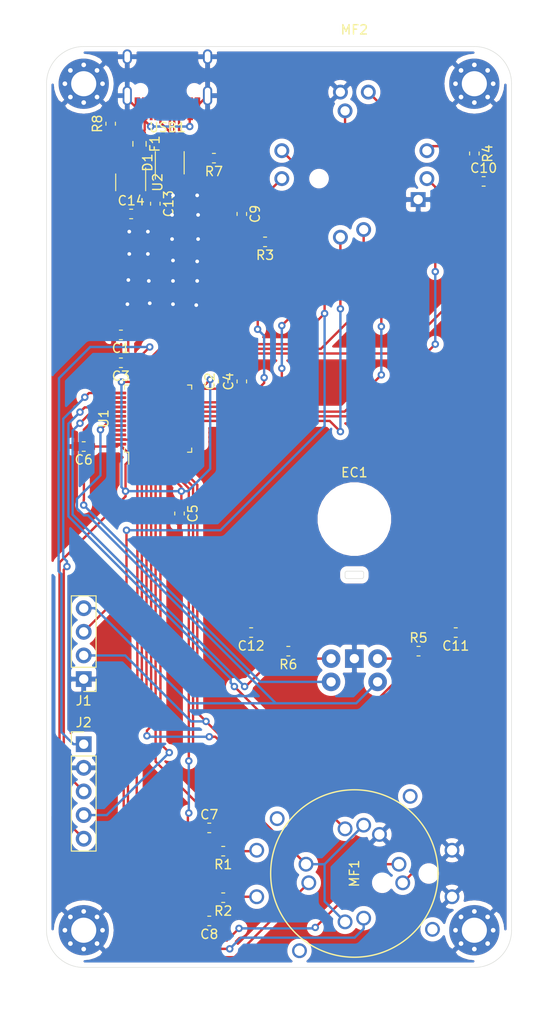
<source format=kicad_pcb>
(kicad_pcb (version 20171130) (host pcbnew "(5.1.2)-1")
  (layers (0 F.Cu signal) (31 B.Cu signal) (34 B.Paste user) (35 F.Paste user) (36 B.SilkS user) (37 F.SilkS user) (38 B.Mask user) (39 F.Mask user) (44 Edge.Cuts user))
  (net 0 "")
  (net 1 +3V3)
  (net 2 GND)
  (net 3 MF1EA)
  (net 4 MF1EB)
  (net 5 MF2EA)
  (net 6 MF2EB)
  (net 7 "Net-(EC1-PadB)")
  (net 8 "Net-(EC1-PadA)")
  (net 9 EC1S2)
  (net 10 EC1S1)
  (net 11 "Net-(MF1-Pad5)")
  (net 12 "Net-(MF1-Pad6)")
  (net 13 MF1PUSH)
  (net 14 MF1D)
  (net 15 MF1B)
  (net 16 MF1C)
  (net 17 MF1COM)
  (net 18 MF1A)
  (net 19 MF2COM)
  (net 20 MF2PUSH)
  (net 21 MF2A)
  (net 22 MF2C)
  (net 23 MF2B)
  (net 24 "Net-(MF2-Pad6)")
  (net 25 "Net-(MF2-Pad5)")
  (net 26 MF2D)
  (net 27 NRST)
  (net 28 D_N)
  (net 29 D_P)
  (net 30 EC1EA)
  (net 31 EC1EB)
  (net 32 +5V)
  (net 33 "Net-(F1-Pad1)")
  (net 34 "Net-(R7-Pad2)")
  (net 35 "Net-(R8-Pad2)")
  (net 36 SWDIO)
  (net 37 SWCLK)
  (module Capacitor_SMD:C_0603_1608Metric (layer F.Cu) (at 11.7 16.9 270)
    (fp_text reference C13 (at 0 -1.43 90) (layer F.SilkS))
    (fp_text value 1u)
    (pad 1 smd roundrect (at -0.7875 0 270) (size 0.875 0.95) (layers F.Cu F.Paste F.Mask) (net 32 +5V))
    (pad 2 smd roundrect (at 0.7875 0 270) (size 0.875 0.95) (layers F.Cu F.Paste F.Mask) (net 2 GND))
  )
  (module Capacitor_SMD:C_0603_1608Metric (layer F.Cu) (at 8 31 180)
    (fp_text reference C1 (at 0 -1.43) (layer F.SilkS))
    (fp_text value 4.7u)
    (pad 1 smd roundrect (at -0.7875 0 180) (size 0.875 0.95) (layers F.Cu F.Paste F.Mask) (net 1 +3V3))
    (pad 2 smd roundrect (at 0.7875 0 180) (size 0.875 0.95) (layers F.Cu F.Paste F.Mask) (net 2 GND))
  )
  (module Capacitor_SMD:C_0603_1608Metric (layer F.Cu) (at 19 36 90)
    (fp_text reference C2 (at 0 -1.43 90) (layer F.SilkS))
    (fp_text value 4.7u)
    (pad 1 smd roundrect (at -0.7875 0 90) (size 0.875 0.95) (layers F.Cu F.Paste F.Mask) (net 1 +3V3))
    (pad 2 smd roundrect (at 0.7875 0 90) (size 0.875 0.95) (layers F.Cu F.Paste F.Mask) (net 2 GND))
  )
  (module Capacitor_SMD:C_0603_1608Metric (layer F.Cu) (at 8 34 180)
    (fp_text reference C3 (at 0 -1.43) (layer F.SilkS))
    (fp_text value 0.1u)
    (pad 1 smd roundrect (at -0.7875 0 180) (size 0.875 0.95) (layers F.Cu F.Paste F.Mask) (net 1 +3V3))
    (pad 2 smd roundrect (at 0.7875 0 180) (size 0.875 0.95) (layers F.Cu F.Paste F.Mask) (net 2 GND))
  )
  (module Capacitor_SMD:C_0603_1608Metric (layer F.Cu) (at 21 36 90)
    (fp_text reference C4 (at 0 -1.43 90) (layer F.SilkS))
    (fp_text value 0.1u)
    (pad 1 smd roundrect (at -0.7875 0 90) (size 0.875 0.95) (layers F.Cu F.Paste F.Mask) (net 1 +3V3))
    (pad 2 smd roundrect (at 0.7875 0 90) (size 0.875 0.95) (layers F.Cu F.Paste F.Mask) (net 2 GND))
  )
  (module Capacitor_SMD:C_0603_1608Metric (layer F.Cu) (at 14.3 50.2 270)
    (fp_text reference C5 (at 0 -1.43 90) (layer F.SilkS))
    (fp_text value 0.1u)
    (pad 1 smd roundrect (at -0.7875 0 270) (size 0.875 0.95) (layers F.Cu F.Paste F.Mask) (net 1 +3V3))
    (pad 2 smd roundrect (at 0.7875 0 270) (size 0.875 0.95) (layers F.Cu F.Paste F.Mask) (net 2 GND))
  )
  (module Capacitor_SMD:C_0603_1608Metric (layer F.Cu) (at 4 43 180)
    (fp_text reference C6 (at 0 -1.43) (layer F.SilkS))
    (fp_text value 0.1u)
    (pad 2 smd roundrect (at 0.7875 0 180) (size 0.875 0.95) (layers F.Cu F.Paste F.Mask) (net 2 GND))
    (pad 1 smd roundrect (at -0.7875 0 180) (size 0.875 0.95) (layers F.Cu F.Paste F.Mask) (net 1 +3V3))
  )
  (module Capacitor_SMD:C_0603_1608Metric (layer F.Cu) (at 17.5 84)
    (fp_text reference C7 (at 0 -1.43) (layer F.SilkS))
    (fp_text value 0.1u)
    (pad 1 smd roundrect (at -0.7875 0) (size 0.875 0.95) (layers F.Cu F.Paste F.Mask) (net 2 GND))
    (pad 2 smd roundrect (at 0.7875 0) (size 0.875 0.95) (layers F.Cu F.Paste F.Mask) (net 3 MF1EA))
  )
  (module Capacitor_SMD:C_0603_1608Metric (layer F.Cu) (at 17.5 94 180)
    (fp_text reference C8 (at 0 -1.43) (layer F.SilkS))
    (fp_text value 0.1u)
    (pad 2 smd roundrect (at 0.7875 0 180) (size 0.875 0.95) (layers F.Cu F.Paste F.Mask) (net 2 GND))
    (pad 1 smd roundrect (at -0.7875 0 180) (size 0.875 0.95) (layers F.Cu F.Paste F.Mask) (net 4 MF1EB))
  )
  (module Capacitor_SMD:C_0603_1608Metric (layer F.Cu) (at 21 18 270)
    (fp_text reference C9 (at 0 -1.43 90) (layer F.SilkS))
    (fp_text value 0.1u)
    (pad 1 smd roundrect (at -0.7875 0 270) (size 0.875 0.95) (layers F.Cu F.Paste F.Mask) (net 2 GND))
    (pad 2 smd roundrect (at 0.7875 0 270) (size 0.875 0.95) (layers F.Cu F.Paste F.Mask) (net 5 MF2EA))
  )
  (module Capacitor_SMD:C_0603_1608Metric (layer F.Cu) (at 47 14.5)
    (fp_text reference C10 (at 0 -1.43) (layer F.SilkS))
    (fp_text value 0.1u)
    (pad 2 smd roundrect (at 0.7875 0) (size 0.875 0.95) (layers F.Cu F.Paste F.Mask) (net 2 GND))
    (pad 1 smd roundrect (at -0.7875 0) (size 0.875 0.95) (layers F.Cu F.Paste F.Mask) (net 6 MF2EB))
  )
  (module Capacitor_SMD:C_0603_1608Metric (layer F.Cu) (at 44 63 180)
    (fp_text reference C11 (at 0 -1.43) (layer F.SilkS))
    (fp_text value 0.1u)
    (pad 1 smd roundrect (at -0.7875 0 180) (size 0.875 0.95) (layers F.Cu F.Paste F.Mask) (net 2 GND))
    (pad 2 smd roundrect (at 0.7875 0 180) (size 0.875 0.95) (layers F.Cu F.Paste F.Mask) (net 30 EC1EA))
  )
  (module Capacitor_SMD:C_0603_1608Metric (layer F.Cu) (at 22 63 180)
    (fp_text reference C12 (at 0 -1.43) (layer F.SilkS))
    (fp_text value 0.1u)
    (pad 2 smd roundrect (at 0.7875 0 180) (size 0.875 0.95) (layers F.Cu F.Paste F.Mask) (net 2 GND))
    (pad 1 smd roundrect (at -0.7875 0 180) (size 0.875 0.95) (layers F.Cu F.Paste F.Mask) (net 31 EC1EB))
  )
  (module Capacitor_SMD:C_0603_1608Metric (layer F.Cu) (at 9.1 18)
    (fp_text reference C14 (at 0 -1.43) (layer F.SilkS))
    (fp_text value 1u)
    (pad 2 smd roundrect (at 0.7875 0) (size 0.875 0.95) (layers F.Cu F.Paste F.Mask) (net 1 +3V3))
    (pad 1 smd roundrect (at -0.7875 0) (size 0.875 0.95) (layers F.Cu F.Paste F.Mask) (net 2 GND))
  )
  (module Package_TO_SOT_SMD:SOT-143 (layer F.Cu) (at 13.25 12.5 90)
    (fp_text reference D1 (at 0.02 -2.38 90) (layer F.SilkS))
    (fp_text value PRTR5V0U2X)
    (pad 1 smd rect (at -1.1 -0.77) (size 1.2 1.4) (layers F.Cu F.Paste F.Mask) (net 2 GND))
    (pad 2 smd rect (at -1.1 0.95) (size 1 1.4) (layers F.Cu F.Paste F.Mask) (net 29 D_P))
    (pad 3 smd rect (at 1.1 0.95) (size 1 1.4) (layers F.Cu F.Paste F.Mask) (net 28 D_N))
    (pad 4 smd rect (at 1.1 -0.95) (size 1 1.4) (layers F.Cu F.Paste F.Mask) (net 32 +5V))
  )
  (module crokto:ec11b (layer F.Cu) (at 33.1 50.8)
    (fp_text reference EC1 (at 0 -5) (layer F.SilkS))
    (fp_text value Rotary_Encoder_Switch)
    (pad C thru_hole rect (at 0 15 270) (size 2 2) (drill 1) (layers *.Cu *.Mask) (net 2 GND))
    (pad B thru_hole circle (at -2.5 15 270) (size 2 2) (drill 1) (layers *.Cu *.Mask) (net 7 "Net-(EC1-PadB)"))
    (pad A thru_hole circle (at 2.5 15 270) (size 2 2) (drill 1) (layers *.Cu *.Mask) (net 8 "Net-(EC1-PadA)"))
    (pad S2 thru_hole circle (at 2.5 17.5 270) (size 2 2) (drill 1) (layers *.Cu *.Mask) (net 9 EC1S2))
    (pad S1 thru_hole circle (at -2.5 17.5 270) (size 2 2) (drill 1) (layers *.Cu *.Mask) (net 10 EC1S1))
    (pad "" np_thru_hole circle (at 0 0) (size 6.9 6.9) (drill 6.9) (layers *.Cu *.Mask))
  )
  (module Fuse:Fuse_0805_2012Metric (layer F.Cu) (at 10 10.4625 270)
    (fp_text reference F1 (at 0 -1.65 90) (layer F.SilkS))
    (fp_text value PTC)
    (pad 1 smd roundrect (at -0.9375 0 270) (size 0.975 1.4) (layers F.Cu F.Paste F.Mask) (net 33 "Net-(F1-Pad1)"))
    (pad 2 smd roundrect (at 0.9375 0 270) (size 0.975 1.4) (layers F.Cu F.Paste F.Mask) (net 32 +5V))
  )
  (module Connector_PinHeader_2.54mm:PinHeader_1x04_P2.54mm_Vertical (layer F.Cu) (at 4 68 180)
    (fp_text reference J1 (at 0 -2.33) (layer F.SilkS))
    (fp_text value Conn_01x04)
    (pad 1 thru_hole rect (at 0 0 180) (size 1.7 1.7) (drill 1) (layers *.Cu *.Mask) (net 2 GND))
    (pad 2 thru_hole oval (at 0 2.54 180) (size 1.7 1.7) (drill 1) (layers *.Cu *.Mask) (net 17 MF1COM))
    (pad 3 thru_hole oval (at 0 5.08 180) (size 1.7 1.7) (drill 1) (layers *.Cu *.Mask) (net 19 MF2COM))
    (pad 4 thru_hole oval (at 0 7.62 180) (size 1.7 1.7) (drill 1) (layers *.Cu *.Mask) (net 9 EC1S2))
  )
  (module crokto:RKJXM2E13004 (layer F.Cu) (at 33.1 88.9 270)
    (fp_text reference MF1 (at 0 0 90) (layer F.SilkS))
    (fp_text value Alps_RKJXx)
    (pad 9 thru_hole circle (at -2.5 -10.5 270) (size 1.6 1.6) (drill 1.1) (layers *.Cu *.Mask) (net 2 GND))
    (pad 9 thru_hole circle (at 2.5 -10.5 270) (size 1.6 1.6) (drill 1.1) (layers *.Cu *.Mask) (net 2 GND))
    (pad 5 thru_hole circle (at -2.5 10.5 270) (size 1.6 1.6) (drill 1.1) (layers *.Cu *.Mask) (net 11 "Net-(MF1-Pad5)"))
    (pad 6 thru_hole circle (at 2.5 10.5 270) (size 1.6 1.6) (drill 1.1) (layers *.Cu *.Mask) (net 12 "Net-(MF1-Pad6)"))
    (pad 7 thru_hole circle (at -5.2 -1 270) (size 1.6 1.6) (drill 1.1) (layers *.Cu *.Mask) (net 13 MF1PUSH))
    (pad 4 thru_hole circle (at -4.8 1 270) (size 1.6 1.6) (drill 1.1) (layers *.Cu *.Mask) (net 14 MF1D))
    (pad "" np_thru_hole circle (at 0 -8 270) (size 1.2 1.2) (drill 1.2) (layers *.Cu *.Mask))
    (pad 2 thru_hole circle (at 4.8 -1 270) (size 1.6 1.6) (drill 1.1) (layers *.Cu *.Mask) (net 15 MF1B))
    (pad 3 thru_hole circle (at -1 -4.8 270) (size 1.6 1.6) (drill 1.1) (layers *.Cu *.Mask) (net 16 MF1C))
    (pad 8 thru_hole circle (at 1 -5.2 270) (size 1.6 1.6) (drill 1.1) (layers *.Cu *.Mask) (net 17 MF1COM))
    (pad 1 thru_hole circle (at 1 4.9 270) (size 1.6 1.6) (drill 1.1) (layers *.Cu *.Mask) (net 18 MF1A))
    (pad 7 thru_hole circle (at -1 5.2 270) (size 1.6 1.6) (drill 1.1) (layers *.Cu *.Mask) (net 13 MF1PUSH))
    (pad 7 thru_hole circle (at 5.2 1 270) (size 1.6 1.6) (drill 1.1) (layers *.Cu *.Mask) (net 13 MF1PUSH))
    (pad "" np_thru_hole circle (at 1 -3 270) (size 1.2 1.2) (drill 1.2) (layers *.Cu *.Mask))
    (pad 10 thru_hole circle (at -4.2 -2.7 270) (size 1.6 1.6) (drill 1.1) (layers *.Cu *.Mask) (net 2 GND))
    (pad MP thru_hole circle (at 6 -8.4 270) (size 1.6 1.6) (drill 1.1) (layers *.Cu *.Mask))
    (pad MP thru_hole circle (at -5.9 8.3 270) (size 1.6 1.6) (drill 1.1) (layers *.Cu *.Mask))
    (pad MP thru_hole circle (at 8.3 5.9 270) (size 1.6 1.6) (drill 1.1) (layers *.Cu *.Mask))
    (pad MP thru_hole circle (at -8.3 -6 270) (size 1.6 1.6) (drill 1.1) (layers *.Cu *.Mask))
  )
  (module crokto:RKJXT1F42001 (layer F.Cu) (at 33.1 12.7)
    (fp_text reference MF2 (at 0 -14.5) (layer F.SilkS))
    (fp_text value Alps_RKJXx)
    (pad 4 thru_hole circle (at -7.8 -1.5) (size 1.6 1.6) (drill 1) (layers *.Cu *.Mask) (net 26 MF2D))
    (pad 5 thru_hole circle (at -7.8 1.5) (size 1.6 1.6) (drill 1) (layers *.Cu *.Mask) (net 25 "Net-(MF2-Pad5)"))
    (pad 6 thru_hole circle (at 7.8 -1.5) (size 1.6 1.6) (drill 1) (layers *.Cu *.Mask) (net 24 "Net-(MF2-Pad6)"))
    (pad 2 thru_hole circle (at 7.8 1.5) (size 1.6 1.6) (drill 1) (layers *.Cu *.Mask) (net 23 MF2B))
    (pad 10 thru_hole rect (at 6.86 3.75) (size 1.6 1.6) (drill 1) (layers *.Cu *.Mask) (net 2 GND))
    (pad 9 thru_hole circle (at -1.5 -7.8) (size 1.6 1.6) (drill 1) (layers *.Cu *.Mask) (net 2 GND))
    (pad 3 thru_hole circle (at 1.5 -7.8) (size 1.6 1.6) (drill 1) (layers *.Cu *.Mask) (net 22 MF2C))
    (pad "" np_thru_hole circle (at -3.8 1.5) (size 1.1 1.1) (drill 1.1) (layers *.Cu *.Mask))
    (pad 1 thru_hole circle (at -1.5 7.8) (size 1.6 1.6) (drill 1) (layers *.Cu *.Mask) (net 21 MF2A))
    (pad 7 thru_hole circle (at 1 6.98) (size 1.6 1.6) (drill 1) (layers *.Cu *.Mask) (net 20 MF2PUSH))
    (pad 8 thru_hole circle (at -1 -5.78) (size 1.6 1.6) (drill 1) (layers *.Cu *.Mask) (net 19 MF2COM))
  )
  (module Resistor_SMD:R_0603_1608Metric (layer F.Cu) (at 19 86.5 180)
    (fp_text reference R1 (at 0 -1.43) (layer F.SilkS))
    (fp_text value 10k)
    (pad 1 smd roundrect (at -0.7875 0 180) (size 0.875 0.95) (layers F.Cu F.Paste F.Mask) (net 11 "Net-(MF1-Pad5)"))
    (pad 2 smd roundrect (at 0.7875 0 180) (size 0.875 0.95) (layers F.Cu F.Paste F.Mask) (net 3 MF1EA))
  )
  (module Resistor_SMD:R_0603_1608Metric (layer F.Cu) (at 19 91.5 180)
    (fp_text reference R2 (at 0 -1.43) (layer F.SilkS))
    (fp_text value 10k)
    (pad 2 smd roundrect (at 0.7875 0 180) (size 0.875 0.95) (layers F.Cu F.Paste F.Mask) (net 4 MF1EB))
    (pad 1 smd roundrect (at -0.7875 0 180) (size 0.875 0.95) (layers F.Cu F.Paste F.Mask) (net 12 "Net-(MF1-Pad6)"))
  )
  (module Resistor_SMD:R_0603_1608Metric (layer F.Cu) (at 23.5 21 180)
    (fp_text reference R3 (at 0 -1.43) (layer F.SilkS))
    (fp_text value 10k)
    (pad 1 smd roundrect (at -0.7875 0 180) (size 0.875 0.95) (layers F.Cu F.Paste F.Mask) (net 25 "Net-(MF2-Pad5)"))
    (pad 2 smd roundrect (at 0.7875 0 180) (size 0.875 0.95) (layers F.Cu F.Paste F.Mask) (net 5 MF2EA))
  )
  (module Resistor_SMD:R_0603_1608Metric (layer F.Cu) (at 46 11.5 270)
    (fp_text reference R4 (at 0 -1.43 90) (layer F.SilkS))
    (fp_text value 10k)
    (pad 2 smd roundrect (at 0.7875 0 270) (size 0.875 0.95) (layers F.Cu F.Paste F.Mask) (net 6 MF2EB))
    (pad 1 smd roundrect (at -0.7875 0 270) (size 0.875 0.95) (layers F.Cu F.Paste F.Mask) (net 24 "Net-(MF2-Pad6)"))
  )
  (module Resistor_SMD:R_0603_1608Metric (layer F.Cu) (at 40 65)
    (fp_text reference R5 (at 0 -1.43) (layer F.SilkS))
    (fp_text value 10k)
    (pad 1 smd roundrect (at -0.7875 0) (size 0.875 0.95) (layers F.Cu F.Paste F.Mask) (net 8 "Net-(EC1-PadA)"))
    (pad 2 smd roundrect (at 0.7875 0) (size 0.875 0.95) (layers F.Cu F.Paste F.Mask) (net 30 EC1EA))
  )
  (module Resistor_SMD:R_0603_1608Metric (layer F.Cu) (at 26 65 180)
    (fp_text reference R6 (at 0 -1.43) (layer F.SilkS))
    (fp_text value 10k)
    (pad 2 smd roundrect (at 0.7875 0 180) (size 0.875 0.95) (layers F.Cu F.Paste F.Mask) (net 31 EC1EB))
    (pad 1 smd roundrect (at -0.7875 0 180) (size 0.875 0.95) (layers F.Cu F.Paste F.Mask) (net 7 "Net-(EC1-PadB)"))
  )
  (module Resistor_SMD:R_0603_1608Metric (layer F.Cu) (at 18 12 180)
    (fp_text reference R7 (at 0 -1.43) (layer F.SilkS))
    (fp_text value 5.1K)
    (pad 2 smd roundrect (at 0.7875 0 180) (size 0.875 0.95) (layers F.Cu F.Paste F.Mask) (net 34 "Net-(R7-Pad2)"))
    (pad 1 smd roundrect (at -0.7875 0 180) (size 0.875 0.95) (layers F.Cu F.Paste F.Mask) (net 2 GND))
  )
  (module Resistor_SMD:R_0603_1608Metric (layer F.Cu) (at 6.9 8.3 90)
    (fp_text reference R8 (at 0 -1.43 90) (layer F.SilkS))
    (fp_text value 5.1K)
    (pad 1 smd roundrect (at -0.7875 0 90) (size 0.875 0.95) (layers F.Cu F.Paste F.Mask) (net 2 GND))
    (pad 2 smd roundrect (at 0.7875 0 90) (size 0.875 0.95) (layers F.Cu F.Paste F.Mask) (net 35 "Net-(R8-Pad2)"))
  )
  (module Package_QFP:LQFP-48_7x7mm_P0.5mm (layer F.Cu) (at 12 40 90)
    (fp_text reference U1 (at 0 -5.85 90) (layer F.SilkS))
    (fp_text value STM32F072CBTx)
    (pad 1 smd roundrect (at -4.1625 -2.75 90) (size 1.475 0.3) (layers F.Cu F.Paste F.Mask) (net 1 +3V3))
    (pad 2 smd roundrect (at -4.1625 -2.25 90) (size 1.475 0.3) (layers F.Cu F.Paste F.Mask) (net 18 MF1A))
    (pad 3 smd roundrect (at -4.1625 -1.75 90) (size 1.475 0.3) (layers F.Cu F.Paste F.Mask) (net 15 MF1B))
    (pad 4 smd roundrect (at -4.1625 -1.25 90) (size 1.475 0.3) (layers F.Cu F.Paste F.Mask) (net 16 MF1C))
    (pad 5 smd roundrect (at -4.1625 -0.75 90) (size 1.475 0.3) (layers F.Cu F.Paste F.Mask) (net 14 MF1D))
    (pad 6 smd roundrect (at -4.1625 -0.25 90) (size 1.475 0.3) (layers F.Cu F.Paste F.Mask) (net 3 MF1EA))
    (pad 7 smd roundrect (at -4.1625 0.25 90) (size 1.475 0.3) (layers F.Cu F.Paste F.Mask) (net 27 NRST))
    (pad 8 smd roundrect (at -4.1625 0.75 90) (size 1.475 0.3) (layers F.Cu F.Paste F.Mask) (net 2 GND))
    (pad 9 smd roundrect (at -4.1625 1.25 90) (size 1.475 0.3) (layers F.Cu F.Paste F.Mask) (net 1 +3V3))
    (pad 10 smd roundrect (at -4.1625 1.75 90) (size 1.475 0.3) (layers F.Cu F.Paste F.Mask) (net 4 MF1EB))
    (pad 11 smd roundrect (at -4.1625 2.25 90) (size 1.475 0.3) (layers F.Cu F.Paste F.Mask) (net 13 MF1PUSH))
    (pad 12 smd roundrect (at -4.1625 2.75 90) (size 1.475 0.3) (layers F.Cu F.Paste F.Mask) (net 17 MF1COM))
    (pad 13 smd roundrect (at -2.75 4.1625 90) (size 0.3 1.475) (layers F.Cu F.Paste F.Mask))
    (pad 14 smd roundrect (at -2.25 4.1625 90) (size 0.3 1.475) (layers F.Cu F.Paste F.Mask))
    (pad 15 smd roundrect (at -1.75 4.1625 90) (size 0.3 1.475) (layers F.Cu F.Paste F.Mask))
    (pad 16 smd roundrect (at -1.25 4.1625 90) (size 0.3 1.475) (layers F.Cu F.Paste F.Mask))
    (pad 17 smd roundrect (at -0.75 4.1625 90) (size 0.3 1.475) (layers F.Cu F.Paste F.Mask))
    (pad 18 smd roundrect (at -0.25 4.1625 90) (size 0.3 1.475) (layers F.Cu F.Paste F.Mask) (net 21 MF2A))
    (pad 19 smd roundrect (at 0.25 4.1625 90) (size 0.3 1.475) (layers F.Cu F.Paste F.Mask) (net 23 MF2B))
    (pad 20 smd roundrect (at 0.75 4.1625 90) (size 0.3 1.475) (layers F.Cu F.Paste F.Mask) (net 22 MF2C))
    (pad 21 smd roundrect (at 1.25 4.1625 90) (size 0.3 1.475) (layers F.Cu F.Paste F.Mask) (net 26 MF2D))
    (pad 22 smd roundrect (at 1.75 4.1625 90) (size 0.3 1.475) (layers F.Cu F.Paste F.Mask) (net 5 MF2EA))
    (pad 23 smd roundrect (at 2.25 4.1625 90) (size 0.3 1.475) (layers F.Cu F.Paste F.Mask) (net 2 GND))
    (pad 24 smd roundrect (at 2.75 4.1625 90) (size 0.3 1.475) (layers F.Cu F.Paste F.Mask) (net 1 +3V3))
    (pad 25 smd roundrect (at 4.1625 2.75 90) (size 1.475 0.3) (layers F.Cu F.Paste F.Mask) (net 6 MF2EB))
    (pad 26 smd roundrect (at 4.1625 2.25 90) (size 1.475 0.3) (layers F.Cu F.Paste F.Mask) (net 20 MF2PUSH))
    (pad 27 smd roundrect (at 4.1625 1.75 90) (size 1.475 0.3) (layers F.Cu F.Paste F.Mask) (net 19 MF2COM))
    (pad 28 smd roundrect (at 4.1625 1.25 90) (size 1.475 0.3) (layers F.Cu F.Paste F.Mask))
    (pad 29 smd roundrect (at 4.1625 0.75 90) (size 1.475 0.3) (layers F.Cu F.Paste F.Mask))
    (pad 30 smd roundrect (at 4.1625 0.25 90) (size 1.475 0.3) (layers F.Cu F.Paste F.Mask))
    (pad 31 smd roundrect (at 4.1625 -0.25 90) (size 1.475 0.3) (layers F.Cu F.Paste F.Mask))
    (pad 32 smd roundrect (at 4.1625 -0.75 90) (size 1.475 0.3) (layers F.Cu F.Paste F.Mask) (net 28 D_N))
    (pad 33 smd roundrect (at 4.1625 -1.25 90) (size 1.475 0.3) (layers F.Cu F.Paste F.Mask) (net 29 D_P))
    (pad 34 smd roundrect (at 4.1625 -1.75 90) (size 1.475 0.3) (layers F.Cu F.Paste F.Mask) (net 36 SWDIO))
    (pad 35 smd roundrect (at 4.1625 -2.25 90) (size 1.475 0.3) (layers F.Cu F.Paste F.Mask) (net 2 GND))
    (pad 36 smd roundrect (at 4.1625 -2.75 90) (size 1.475 0.3) (layers F.Cu F.Paste F.Mask) (net 1 +3V3))
    (pad 37 smd roundrect (at 2.75 -4.1625 90) (size 0.3 1.475) (layers F.Cu F.Paste F.Mask) (net 37 SWCLK))
    (pad 38 smd roundrect (at 2.25 -4.1625 90) (size 0.3 1.475) (layers F.Cu F.Paste F.Mask))
    (pad 39 smd roundrect (at 1.75 -4.1625 90) (size 0.3 1.475) (layers F.Cu F.Paste F.Mask))
    (pad 40 smd roundrect (at 1.25 -4.1625 90) (size 0.3 1.475) (layers F.Cu F.Paste F.Mask) (net 30 EC1EA))
    (pad 41 smd roundrect (at 0.75 -4.1625 90) (size 0.3 1.475) (layers F.Cu F.Paste F.Mask) (net 31 EC1EB))
    (pad 42 smd roundrect (at 0.25 -4.1625 90) (size 0.3 1.475) (layers F.Cu F.Paste F.Mask) (net 10 EC1S1))
    (pad 43 smd roundrect (at -0.25 -4.1625 90) (size 0.3 1.475) (layers F.Cu F.Paste F.Mask) (net 9 EC1S2))
    (pad 44 smd roundrect (at -0.75 -4.1625 90) (size 0.3 1.475) (layers F.Cu F.Paste F.Mask))
    (pad 45 smd roundrect (at -1.25 -4.1625 90) (size 0.3 1.475) (layers F.Cu F.Paste F.Mask))
    (pad 46 smd roundrect (at -1.75 -4.1625 90) (size 0.3 1.475) (layers F.Cu F.Paste F.Mask))
    (pad 47 smd roundrect (at -2.25 -4.1625 90) (size 0.3 1.475) (layers F.Cu F.Paste F.Mask) (net 2 GND))
    (pad 48 smd roundrect (at -2.75 -4.1625 90) (size 0.3 1.475) (layers F.Cu F.Paste F.Mask) (net 1 +3V3))
  )
  (module Package_TO_SOT_SMD:SOT-23-5 (layer F.Cu) (at 9.05 14.6 270)
    (fp_text reference U2 (at 0 -2.9 90) (layer F.SilkS))
    (fp_text value TLV75533PDBV)
    (pad 1 smd rect (at -1.1 -0.95 270) (size 1.06 0.65) (layers F.Cu F.Paste F.Mask) (net 32 +5V))
    (pad 2 smd rect (at -1.1 0 270) (size 1.06 0.65) (layers F.Cu F.Paste F.Mask) (net 2 GND))
    (pad 3 smd rect (at -1.1 0.95 270) (size 1.06 0.65) (layers F.Cu F.Paste F.Mask) (net 32 +5V))
    (pad 4 smd rect (at 1.1 0.95 270) (size 1.06 0.65) (layers F.Cu F.Paste F.Mask))
    (pad 5 smd rect (at 1.1 -0.95 270) (size 1.06 0.65) (layers F.Cu F.Paste F.Mask) (net 1 +3V3))
  )
  (module Type-C:HRO-TYPE-C-31-M-12-HandSoldering (layer F.Cu) (at 13 -1.5 180)
    (fp_text reference USB1 (at 0 -10.2) (layer F.SilkS))
    (fp_text value HRO-TYPE-C-31-M-12)
    (pad 13 thru_hole oval (at 4.32 -2.6 180) (size 1 1.6) (drill oval 0.6 1.2) (layers *.Cu B.Mask) (net 2 GND))
    (pad 13 thru_hole oval (at -4.32 -2.6 180) (size 1 1.6) (drill oval 0.6 1.2) (layers *.Cu B.Mask) (net 2 GND))
    (pad 13 thru_hole oval (at 4.32 -6.78 180) (size 1 2.1) (drill oval 0.6 1.7) (layers *.Cu B.Mask) (net 2 GND))
    (pad 13 thru_hole oval (at -4.32 -6.78 180) (size 1 2.1) (drill oval 0.6 1.7) (layers *.Cu B.Mask) (net 2 GND))
    (pad "" np_thru_hole circle (at -2.89 -6.25 180) (size 0.65 0.65) (drill 0.65) (layers *.Cu *.Mask))
    (pad "" np_thru_hole circle (at 2.89 -6.25 180) (size 0.65 0.65) (drill 0.65) (layers *.Cu *.Mask))
    (pad 6 smd rect (at -0.25 -8.195 180) (size 0.3 2.45) (layers F.Cu F.Paste F.Mask) (net 29 D_P))
    (pad 7 smd rect (at 0.25 -8.195 180) (size 0.3 2.45) (layers F.Cu F.Paste F.Mask) (net 28 D_N))
    (pad 8 smd rect (at 0.75 -8.195 180) (size 0.3 2.45) (layers F.Cu F.Paste F.Mask) (net 29 D_P))
    (pad 5 smd rect (at -0.75 -8.195 180) (size 0.3 2.45) (layers F.Cu F.Paste F.Mask) (net 28 D_N))
    (pad 9 smd rect (at 1.25 -8.195 180) (size 0.3 2.45) (layers F.Cu F.Paste F.Mask))
    (pad 4 smd rect (at -1.25 -8.195 180) (size 0.3 2.45) (layers F.Cu F.Paste F.Mask) (net 34 "Net-(R7-Pad2)"))
    (pad 10 smd rect (at 1.75 -8.195 180) (size 0.3 2.45) (layers F.Cu F.Paste F.Mask) (net 35 "Net-(R8-Pad2)"))
    (pad 3 smd rect (at -1.75 -8.195 180) (size 0.3 2.45) (layers F.Cu F.Paste F.Mask))
    (pad 2 smd rect (at -2.45 -8.195 180) (size 0.6 2.45) (layers F.Cu F.Paste F.Mask) (net 33 "Net-(F1-Pad1)"))
    (pad 11 smd rect (at 2.45 -8.195 180) (size 0.6 2.45) (layers F.Cu F.Paste F.Mask) (net 33 "Net-(F1-Pad1)"))
    (pad 1 smd rect (at -3.225 -8.195 180) (size 0.6 2.45) (layers F.Cu F.Paste F.Mask) (net 2 GND))
    (pad 12 smd rect (at 3.225 -8.195 180) (size 0.6 2.45) (layers F.Cu F.Paste F.Mask) (net 2 GND))
  )
  (module crokto:m2.5_pad_via (layer F.Cu) (at 4 4)
    (fp_text reference H1 hide)
    (fp_text value M2.5)
    (pad 1 thru_hole circle (at 1.431891 -1.431891) (size 0.8 0.8) (drill 0.5) (layers *.Cu *.Mask) (net 2 GND))
    (pad 1 thru_hole circle (at 0 -2.025) (size 0.8 0.8) (drill 0.5) (layers *.Cu *.Mask) (net 2 GND))
    (pad 1 thru_hole circle (at -1.431891 -1.431891) (size 0.8 0.8) (drill 0.5) (layers *.Cu *.Mask) (net 2 GND))
    (pad 1 thru_hole circle (at -2.025 0) (size 0.8 0.8) (drill 0.5) (layers *.Cu *.Mask) (net 2 GND))
    (pad 1 thru_hole circle (at -1.431891 1.431891) (size 0.8 0.8) (drill 0.5) (layers *.Cu *.Mask) (net 2 GND))
    (pad 1 thru_hole circle (at 0 2.025) (size 0.8 0.8) (drill 0.5) (layers *.Cu *.Mask) (net 2 GND))
    (pad 1 thru_hole circle (at 1.431891 1.431891) (size 0.8 0.8) (drill 0.5) (layers *.Cu *.Mask) (net 2 GND))
    (pad 1 thru_hole circle (at 2.025 0) (size 0.8 0.8) (drill 0.5) (layers *.Cu *.Mask) (net 2 GND))
    (pad 1 thru_hole circle (at 0 0) (size 5.4 5.4) (drill 2.7) (layers *.Cu *.Mask) (net 2 GND))
  )
  (module crokto:m2.5_pad_via (layer F.Cu) (at 46 4)
    (fp_text reference H2 hide)
    (fp_text value M2.5)
    (pad 1 thru_hole circle (at 0 0) (size 5.4 5.4) (drill 2.7) (layers *.Cu *.Mask) (net 2 GND))
    (pad 1 thru_hole circle (at 2.025 0) (size 0.8 0.8) (drill 0.5) (layers *.Cu *.Mask) (net 2 GND))
    (pad 1 thru_hole circle (at 1.431891 1.431891) (size 0.8 0.8) (drill 0.5) (layers *.Cu *.Mask) (net 2 GND))
    (pad 1 thru_hole circle (at 0 2.025) (size 0.8 0.8) (drill 0.5) (layers *.Cu *.Mask) (net 2 GND))
    (pad 1 thru_hole circle (at -1.431891 1.431891) (size 0.8 0.8) (drill 0.5) (layers *.Cu *.Mask) (net 2 GND))
    (pad 1 thru_hole circle (at -2.025 0) (size 0.8 0.8) (drill 0.5) (layers *.Cu *.Mask) (net 2 GND))
    (pad 1 thru_hole circle (at -1.431891 -1.431891) (size 0.8 0.8) (drill 0.5) (layers *.Cu *.Mask) (net 2 GND))
    (pad 1 thru_hole circle (at 0 -2.025) (size 0.8 0.8) (drill 0.5) (layers *.Cu *.Mask) (net 2 GND))
    (pad 1 thru_hole circle (at 1.431891 -1.431891) (size 0.8 0.8) (drill 0.5) (layers *.Cu *.Mask) (net 2 GND))
  )
  (module crokto:m2.5_pad_via (layer F.Cu) (at 4 95)
    (fp_text reference H3 hide)
    (fp_text value M2.5)
    (pad 1 thru_hole circle (at 1.431891 -1.431891) (size 0.8 0.8) (drill 0.5) (layers *.Cu *.Mask) (net 2 GND))
    (pad 1 thru_hole circle (at 0 -2.025) (size 0.8 0.8) (drill 0.5) (layers *.Cu *.Mask) (net 2 GND))
    (pad 1 thru_hole circle (at -1.431891 -1.431891) (size 0.8 0.8) (drill 0.5) (layers *.Cu *.Mask) (net 2 GND))
    (pad 1 thru_hole circle (at -2.025 0) (size 0.8 0.8) (drill 0.5) (layers *.Cu *.Mask) (net 2 GND))
    (pad 1 thru_hole circle (at -1.431891 1.431891) (size 0.8 0.8) (drill 0.5) (layers *.Cu *.Mask) (net 2 GND))
    (pad 1 thru_hole circle (at 0 2.025) (size 0.8 0.8) (drill 0.5) (layers *.Cu *.Mask) (net 2 GND))
    (pad 1 thru_hole circle (at 1.431891 1.431891) (size 0.8 0.8) (drill 0.5) (layers *.Cu *.Mask) (net 2 GND))
    (pad 1 thru_hole circle (at 2.025 0) (size 0.8 0.8) (drill 0.5) (layers *.Cu *.Mask) (net 2 GND))
    (pad 1 thru_hole circle (at 0 0) (size 5.4 5.4) (drill 2.7) (layers *.Cu *.Mask) (net 2 GND))
  )
  (module crokto:m2.5_pad_via (layer F.Cu) (at 46 95)
    (fp_text reference H4 hide)
    (fp_text value M2.5)
    (pad 1 thru_hole circle (at 0 0) (size 5.4 5.4) (drill 2.7) (layers *.Cu *.Mask) (net 2 GND))
    (pad 1 thru_hole circle (at 2.025 0) (size 0.8 0.8) (drill 0.5) (layers *.Cu *.Mask) (net 2 GND))
    (pad 1 thru_hole circle (at 1.431891 1.431891) (size 0.8 0.8) (drill 0.5) (layers *.Cu *.Mask) (net 2 GND))
    (pad 1 thru_hole circle (at 0 2.025) (size 0.8 0.8) (drill 0.5) (layers *.Cu *.Mask) (net 2 GND))
    (pad 1 thru_hole circle (at -1.431891 1.431891) (size 0.8 0.8) (drill 0.5) (layers *.Cu *.Mask) (net 2 GND))
    (pad 1 thru_hole circle (at -2.025 0) (size 0.8 0.8) (drill 0.5) (layers *.Cu *.Mask) (net 2 GND))
    (pad 1 thru_hole circle (at -1.431891 -1.431891) (size 0.8 0.8) (drill 0.5) (layers *.Cu *.Mask) (net 2 GND))
    (pad 1 thru_hole circle (at 0 -2.025) (size 0.8 0.8) (drill 0.5) (layers *.Cu *.Mask) (net 2 GND))
    (pad 1 thru_hole circle (at 1.431891 -1.431891) (size 0.8 0.8) (drill 0.5) (layers *.Cu *.Mask) (net 2 GND))
  )
  (module Connector_PinHeader_2.54mm:PinHeader_1x05_P2.54mm_Vertical (layer F.Cu) (at 4 75)
    (fp_text reference J2 (at 0 -2.33) (layer F.SilkS))
    (fp_text value Conn_01x05)
    (pad 1 thru_hole rect (at 0 0) (size 1.7 1.7) (drill 1) (layers *.Cu *.Mask) (net 36 SWDIO))
    (pad 2 thru_hole oval (at 0 2.54) (size 1.7 1.7) (drill 1) (layers *.Cu *.Mask) (net 2 GND))
    (pad 3 thru_hole oval (at 0 5.08) (size 1.7 1.7) (drill 1) (layers *.Cu *.Mask) (net 37 SWCLK))
    (pad 4 thru_hole oval (at 0 7.62) (size 1.7 1.7) (drill 1) (layers *.Cu *.Mask) (net 27 NRST))
    (pad 5 thru_hole oval (at 0 10.16) (size 1.7 1.7) (drill 1) (layers *.Cu *.Mask) (net 1 +3V3))
  )
  (gr_arc (start 33.9 56.6) (end 34.1 56.6) (angle -90) (layer Edge.Cuts) (width 0.05))
  (gr_arc (start 33.9 57) (end 33.9 57.2) (angle -90) (layer Edge.Cuts) (width 0.05))
  (gr_arc (start 32.3 57) (end 32.1 57) (angle -90) (layer Edge.Cuts) (width 0.05))
  (gr_arc (start 32.3 56.6) (end 32.3 56.4) (angle -90) (layer Edge.Cuts) (width 0.05))
  (gr_line (start 33.9 56.4) (end 32.3 56.4) (layer Edge.Cuts) (width 0.05))
  (gr_line (start 34.1 57) (end 34.1 56.6) (layer Edge.Cuts) (width 0.05))
  (gr_line (start 32.3 57.2) (end 33.9 57.2) (layer Edge.Cuts) (width 0.05))
  (gr_line (start 32.1 56.6) (end 32.1 57) (layer Edge.Cuts) (width 0.05))
  (gr_arc (start 4 4) (end 4 0) (angle -90) (layer Edge.Cuts) (width 0.05))
  (gr_arc (start 4 95) (end 0 95) (angle -90) (layer Edge.Cuts) (width 0.05))
  (gr_arc (start 46 95) (end 46 99) (angle -90) (layer Edge.Cuts) (width 0.05))
  (gr_arc (start 46 4) (end 50 4) (angle -90) (layer Edge.Cuts) (width 0.05))
  (gr_line (start 46 99) (end 4 99) (layer Edge.Cuts) (width 0.05))
  (gr_line (start 50 4) (end 50 95) (layer Edge.Cuts) (width 0.05))
  (gr_line (start 4 0) (end 46 0) (layer Edge.Cuts) (width 0.05))
  (gr_line (start 0 95) (end 0 4) (layer Edge.Cuts) (width 0.05))
  (segment (start 10 17.8875) (end 9.8875 18) (width 0.254) (layer F.Cu) (net 1))
  (segment (start 10 15.7) (end 10 17.8875) (width 0.254) (layer F.Cu) (net 1))
  (segment (start 9.8875 29.9) (end 8.7875 31) (width 0.254) (layer F.Cu) (net 1))
  (segment (start 9.8875 18) (end 9.8875 29.9) (width 0.254) (layer F.Cu) (net 1))
  (segment (start 8.7875 31.575) (end 8.7875 34) (width 0.254) (layer F.Cu) (net 1))
  (segment (start 8.7875 31) (end 8.7875 31.575) (width 0.254) (layer F.Cu) (net 1))
  (segment (start 8.7875 35.375) (end 9.25 35.8375) (width 0.254) (layer F.Cu) (net 1))
  (segment (start 8.7875 34) (end 8.7875 35.375) (width 0.254) (layer F.Cu) (net 1))
  (segment (start 7.5875 43) (end 4.7875 43) (width 0.254) (layer F.Cu) (net 1))
  (segment (start 7.8375 42.75) (end 7.5875 43) (width 0.254) (layer F.Cu) (net 1))
  (segment (start 16.625 36.7875) (end 16.1625 37.25) (width 0.254) (layer F.Cu) (net 1))
  (segment (start 19 36.7875) (end 16.625 36.7875) (width 0.254) (layer F.Cu) (net 1))
  (segment (start 19 36.7875) (end 21 36.7875) (width 0.254) (layer F.Cu) (net 1))
  (segment (start 7.8375 42.75) (end 9.25 44.1625) (width 0.254) (layer F.Cu) (net 1))
  (via (at 14.5 47.8) (size 0.8) (drill 0.4) (layers F.Cu B.Cu) (net 1))
  (via (at 8.5 47.8) (size 0.8) (drill 0.4) (layers F.Cu B.Cu) (net 1))
  (segment (start 14.5 47.8) (end 8.5 47.8) (width 0.254) (layer B.Cu) (net 1))
  (segment (start 8.5 44.9125) (end 9.25 44.1625) (width 0.254) (layer F.Cu) (net 1))
  (segment (start 8.5 47.8) (end 8.5 44.9125) (width 0.254) (layer F.Cu) (net 1))
  (via (at 17.6 35.8) (size 0.8) (drill 0.4) (layers F.Cu B.Cu) (net 1))
  (segment (start 16.1625 37.25) (end 16.1625 37.2375) (width 0.254) (layer F.Cu) (net 1))
  (segment (start 16.1625 37.2375) (end 17.6 35.8) (width 0.254) (layer F.Cu) (net 1))
  (segment (start 17.6 35.8) (end 17.6 45.4) (width 0.254) (layer B.Cu) (net 1))
  (segment (start 15.2 47.8) (end 14.5 47.8) (width 0.254) (layer B.Cu) (net 1))
  (segment (start 17.6 45.4) (end 15.2 47.8) (width 0.254) (layer B.Cu) (net 1))
  (segment (start 9.02929 36.05821) (end 8.05821 36.05821) (width 0.254) (layer F.Cu) (net 1))
  (segment (start 9.25 35.8375) (end 9.02929 36.05821) (width 0.254) (layer F.Cu) (net 1))
  (via (at 8.05821 36.05821) (size 0.8) (drill 0.4) (layers F.Cu B.Cu) (net 1))
  (segment (start 8.05821 47.35821) (end 8.5 47.8) (width 0.254) (layer B.Cu) (net 1))
  (segment (start 8.05821 36.05821) (end 8.05821 47.35821) (width 0.254) (layer B.Cu) (net 1))
  (segment (start 8.5 48.365685) (end 1.4 55.465685) (width 0.254) (layer F.Cu) (net 1))
  (segment (start 8.5 47.8) (end 8.5 48.365685) (width 0.254) (layer F.Cu) (net 1))
  (segment (start 1.4 82.56) (end 4 85.16) (width 0.254) (layer F.Cu) (net 1))
  (segment (start 1.4 55.465685) (end 1.4 82.56) (width 0.254) (layer F.Cu) (net 1))
  (segment (start 14.5 47.8) (end 14.5 47.346592) (width 0.254) (layer F.Cu) (net 1))
  (segment (start 13.25 46.096592) (end 13.25 44.1625) (width 0.254) (layer F.Cu) (net 1))
  (segment (start 14.5 47.346592) (end 13.25 46.096592) (width 0.254) (layer F.Cu) (net 1))
  (segment (start 14.5 49.2125) (end 14.3 49.4125) (width 0.254) (layer F.Cu) (net 1))
  (segment (start 14.5 47.8) (end 14.5 49.2125) (width 0.254) (layer F.Cu) (net 1))
  (segment (start 9.05 17.2625) (end 8.3125 18) (width 0.254) (layer F.Cu) (net 2))
  (segment (start 9.05 13.5) (end 9.05 17.2625) (width 0.254) (layer F.Cu) (net 2))
  (via (at 8.9 19.9) (size 0.8) (drill 0.4) (layers F.Cu B.Cu) (net 2))
  (via (at 10.9 19.9) (size 0.8) (drill 0.4) (layers F.Cu B.Cu) (net 2))
  (via (at 10.9 22.3) (size 0.8) (drill 0.4) (layers F.Cu B.Cu) (net 2))
  (via (at 8.9 22.3) (size 0.8) (drill 0.4) (layers F.Cu B.Cu) (net 2))
  (via (at 8.8 25.1) (size 0.8) (drill 0.4) (layers F.Cu B.Cu) (net 2))
  (via (at 11 25.2) (size 0.8) (drill 0.4) (layers F.Cu B.Cu) (net 2))
  (via (at 11.1 27.6) (size 0.8) (drill 0.4) (layers F.Cu B.Cu) (net 2))
  (via (at 8.7 27.7) (size 0.8) (drill 0.4) (layers F.Cu B.Cu) (net 2))
  (via (at 13.6 16) (size 0.8) (drill 0.4) (layers F.Cu B.Cu) (net 2))
  (via (at 13.5 18.1) (size 0.8) (drill 0.4) (layers F.Cu B.Cu) (net 2))
  (via (at 13.5 20.7) (size 0.8) (drill 0.4) (layers F.Cu B.Cu) (net 2))
  (via (at 13.6 23) (size 0.8) (drill 0.4) (layers F.Cu B.Cu) (net 2))
  (via (at 13.6 25.2) (size 0.8) (drill 0.4) (layers F.Cu B.Cu) (net 2))
  (via (at 13.6 27.7) (size 0.8) (drill 0.4) (layers F.Cu B.Cu) (net 2))
  (via (at 16.1 27.8) (size 0.8) (drill 0.4) (layers F.Cu B.Cu) (net 2))
  (via (at 16.2 25.2) (size 0.8) (drill 0.4) (layers F.Cu B.Cu) (net 2))
  (via (at 16.2 23.1) (size 0.8) (drill 0.4) (layers F.Cu B.Cu) (net 2))
  (via (at 16.3 20.7) (size 0.8) (drill 0.4) (layers F.Cu B.Cu) (net 2))
  (via (at 16.3 18.1) (size 0.8) (drill 0.4) (layers F.Cu B.Cu) (net 2))
  (via (at 16.2 16) (size 0.8) (drill 0.4) (layers F.Cu B.Cu) (net 2))
  (segment (start 12.75 44.1625) (end 12.75 42.15) (width 0.254) (layer F.Cu) (net 2))
  (segment (start 8.46979 42.26979) (end 9.76979 42.26979) (width 0.254) (layer F.Cu) (net 2))
  (segment (start 7.8375 42.25) (end 8.45 42.25) (width 0.254) (layer F.Cu) (net 2))
  (segment (start 8.45 42.25) (end 8.46979 42.26979) (width 0.254) (layer F.Cu) (net 2))
  (segment (start 9.75 35.8375) (end 9.75 37.65) (width 0.254) (layer F.Cu) (net 2))
  (segment (start 9.76979 35.13021) (end 9.76979 33.83021) (width 0.254) (layer F.Cu) (net 2))
  (segment (start 9.75 35.8375) (end 9.75 35.15) (width 0.254) (layer F.Cu) (net 2))
  (segment (start 9.75 35.15) (end 9.76979 35.13021) (width 0.254) (layer F.Cu) (net 2))
  (segment (start 14.65 37.248056) (end 16.398056 35.5) (width 0.254) (layer F.Cu) (net 2))
  (segment (start 14.65 37.75) (end 14.65 37.248056) (width 0.254) (layer F.Cu) (net 2))
  (segment (start 14.65 37.75) (end 14.45 37.75) (width 0.254) (layer F.Cu) (net 2))
  (segment (start 16.1625 37.75) (end 14.65 37.75) (width 0.254) (layer F.Cu) (net 2))
  (segment (start 14.048056 42.15) (end 15.898056 44) (width 0.254) (layer F.Cu) (net 2))
  (segment (start 12.75 42.15) (end 14.048056 42.15) (width 0.254) (layer F.Cu) (net 2))
  (segment (start 13.725 50.9875) (end 13.4 50.6625) (width 0.254) (layer F.Cu) (net 2))
  (segment (start 14.3 50.9875) (end 13.725 50.9875) (width 0.254) (layer F.Cu) (net 2))
  (segment (start 12.75 45) (end 12.75 44.1625) (width 0.254) (layer F.Cu) (net 2))
  (segment (start 12.75 46.243184) (end 12.75 45) (width 0.254) (layer F.Cu) (net 2))
  (segment (start 13.4 46.893184) (end 12.75 46.243184) (width 0.254) (layer F.Cu) (net 2))
  (segment (start 13.4 50.6625) (end 13.4 46.893184) (width 0.254) (layer F.Cu) (net 2))
  (segment (start 16.225 6.375) (end 17.32 5.28) (width 0.254) (layer F.Cu) (net 2))
  (segment (start 16.225 6.695) (end 16.225 6.375) (width 0.254) (layer F.Cu) (net 2))
  (segment (start 8.68 5.6) (end 9.775 6.695) (width 0.254) (layer F.Cu) (net 2))
  (segment (start 8.68 5.28) (end 8.68 5.6) (width 0.254) (layer F.Cu) (net 2))
  (segment (start 18.2875 86.425) (end 18.2125 86.5) (width 0.254) (layer F.Cu) (net 3))
  (segment (start 18.2875 84) (end 18.2875 86.425) (width 0.254) (layer F.Cu) (net 3))
  (segment (start 11.73021 44.18229) (end 11.75 44.1625) (width 0.254) (layer F.Cu) (net 3))
  (segment (start 11.73021 76.86771) (end 11.73021 44.18229) (width 0.254) (layer F.Cu) (net 3))
  (segment (start 18.2875 84) (end 18.2875 83.425) (width 0.254) (layer F.Cu) (net 3))
  (segment (start 18.2875 83.425) (end 11.73021 76.86771) (width 0.254) (layer F.Cu) (net 3))
  (segment (start 18.2125 93.925) (end 18.2875 94) (width 0.254) (layer F.Cu) (net 4))
  (segment (start 18.2125 91.5) (end 18.2125 93.925) (width 0.254) (layer F.Cu) (net 4))
  (via (at 15.3 82.4) (size 0.8) (drill 0.4) (layers F.Cu B.Cu) (net 4))
  (segment (start 15.2 82.5) (end 15.3 82.4) (width 0.254) (layer F.Cu) (net 4))
  (segment (start 18.2125 91.5) (end 15.2 88.4875) (width 0.254) (layer F.Cu) (net 4))
  (segment (start 15.2 88.4875) (end 15.2 82.5) (width 0.254) (layer F.Cu) (net 4))
  (via (at 15.3 76.8) (size 0.8) (drill 0.4) (layers F.Cu B.Cu) (net 4))
  (segment (start 15.3 82.4) (end 15.3 76.8) (width 0.254) (layer B.Cu) (net 4))
  (segment (start 13.75 44.1625) (end 13.75 45.95) (width 0.254) (layer F.Cu) (net 4))
  (segment (start 15.3 47.5) (end 15.3 48) (width 0.254) (layer F.Cu) (net 4))
  (segment (start 13.75 45.95) (end 15.3 47.5) (width 0.254) (layer F.Cu) (net 4))
  (segment (start 15.3 76.8) (end 15.3 48) (width 0.254) (layer F.Cu) (net 4))
  (segment (start 22.7125 20.5) (end 22.7125 21) (width 0.254) (layer F.Cu) (net 5))
  (segment (start 21 18.7875) (end 22.7125 20.5) (width 0.254) (layer F.Cu) (net 5))
  (via (at 22.7 30.4) (size 0.8) (drill 0.4) (layers F.Cu B.Cu) (net 5))
  (segment (start 22.7125 21) (end 22.7125 30.3875) (width 0.254) (layer F.Cu) (net 5))
  (segment (start 22.7125 30.3875) (end 22.7 30.4) (width 0.254) (layer F.Cu) (net 5))
  (via (at 23.4 35.6) (size 0.8) (drill 0.4) (layers F.Cu B.Cu) (net 5))
  (segment (start 22.7 30.4) (end 23.4 31.1) (width 0.254) (layer B.Cu) (net 5))
  (segment (start 23.4 31.1) (end 23.4 35.6) (width 0.254) (layer B.Cu) (net 5))
  (segment (start 23.4 36.165685) (end 23.4 35.6) (width 0.254) (layer F.Cu) (net 5))
  (segment (start 16.1625 38.25) (end 21.315685 38.25) (width 0.254) (layer F.Cu) (net 5))
  (segment (start 21.315685 38.25) (end 23.4 36.165685) (width 0.254) (layer F.Cu) (net 5))
  (segment (start 46 14.2875) (end 46.2125 14.5) (width 0.254) (layer F.Cu) (net 6))
  (segment (start 46 12.2875) (end 46 14.2875) (width 0.254) (layer F.Cu) (net 6))
  (segment (start 46.2125 14.5) (end 46.2125 24.7875) (width 0.254) (layer F.Cu) (net 6))
  (segment (start 46.2125 24.7875) (end 38 33) (width 0.254) (layer F.Cu) (net 6))
  (segment (start 17.5875 33) (end 14.75 35.8375) (width 0.254) (layer F.Cu) (net 6))
  (segment (start 38 33) (end 17.5875 33) (width 0.254) (layer F.Cu) (net 6))
  (segment (start 27.5875 65.8) (end 26.7875 65) (width 0.254) (layer F.Cu) (net 7))
  (segment (start 30.6 65.8) (end 27.5875 65.8) (width 0.254) (layer F.Cu) (net 7))
  (segment (start 38.4125 65.8) (end 39.2125 65) (width 0.254) (layer F.Cu) (net 8))
  (segment (start 35.6 65.8) (end 38.4125 65.8) (width 0.254) (layer F.Cu) (net 8))
  (segment (start 24.653408 70.6) (end 22.810617 68.757209) (width 0.254) (layer B.Cu) (net 9))
  (segment (start 35.6 68.3) (end 33.3 70.6) (width 0.254) (layer B.Cu) (net 9))
  (segment (start 33.3 70.6) (end 24.653408 70.6) (width 0.254) (layer B.Cu) (net 9))
  (segment (start 22.810617 68.757209) (end 4.453408 50.4) (width 0.254) (layer B.Cu) (net 9))
  (segment (start 3.269799 49.650497) (end 3.269799 48.630201) (width 0.254) (layer B.Cu) (net 9))
  (segment (start 4.453408 50.4) (end 4.019302 50.4) (width 0.254) (layer B.Cu) (net 9))
  (segment (start 4.019302 50.4) (end 3.269799 49.650497) (width 0.254) (layer B.Cu) (net 9))
  (via (at 5.8 41.2) (size 0.8) (drill 0.4) (layers F.Cu B.Cu) (net 9))
  (segment (start 3.269799 48.630201) (end 5.8 46.1) (width 0.254) (layer B.Cu) (net 9))
  (segment (start 5.8 46.1) (end 5.8 41.2) (width 0.254) (layer B.Cu) (net 9))
  (segment (start 6.75 40.25) (end 7.8375 40.25) (width 0.254) (layer F.Cu) (net 9))
  (segment (start 5.8 41.2) (end 6.75 40.25) (width 0.254) (layer F.Cu) (net 9))
  (segment (start 15.422081 70.6) (end 24.653408 70.6) (width 0.254) (layer B.Cu) (net 9))
  (segment (start 5.202081 60.38) (end 15.422081 70.6) (width 0.254) (layer B.Cu) (net 9))
  (segment (start 4 60.38) (end 5.202081 60.38) (width 0.254) (layer B.Cu) (net 9))
  (segment (start 7.8375 39.75) (end 7.15 39.75) (width 0.254) (layer F.Cu) (net 10))
  (segment (start 30.6 68.3) (end 23 68.3) (width 0.254) (layer B.Cu) (net 10))
  (segment (start 23 68.3) (end 4 49.3) (width 0.254) (layer B.Cu) (net 10))
  (segment (start 7.13021 39.76979) (end 5.43021 39.76979) (width 0.254) (layer F.Cu) (net 10))
  (segment (start 7.15 39.75) (end 7.13021 39.76979) (width 0.254) (layer F.Cu) (net 10))
  (via (at 4 49.3) (size 0.8) (drill 0.4) (layers F.Cu B.Cu) (net 10))
  (segment (start 4.01979 41.18021) (end 5.43021 39.76979) (width 0.254) (layer F.Cu) (net 10))
  (segment (start 4.01979 48.714525) (end 4.01979 41.18021) (width 0.254) (layer F.Cu) (net 10))
  (segment (start 4 48.734315) (end 4.01979 48.714525) (width 0.254) (layer F.Cu) (net 10))
  (segment (start 4 49.3) (end 4 48.734315) (width 0.254) (layer F.Cu) (net 10))
  (segment (start 22.5 86.5) (end 22.6 86.4) (width 0.254) (layer F.Cu) (net 11))
  (segment (start 19.7875 86.5) (end 22.5 86.5) (width 0.254) (layer F.Cu) (net 11))
  (segment (start 19.8875 91.4) (end 19.7875 91.5) (width 0.254) (layer F.Cu) (net 12))
  (segment (start 22.6 91.4) (end 19.8875 91.4) (width 0.254) (layer F.Cu) (net 12))
  (segment (start 27.100001 87.100001) (end 27.9 87.9) (width 0.254) (layer F.Cu) (net 13))
  (segment (start 15.75721 75.75721) (end 27.100001 87.100001) (width 0.254) (layer F.Cu) (net 13))
  (segment (start 15.75721 47.310618) (end 15.75721 75.75721) (width 0.254) (layer F.Cu) (net 13))
  (segment (start 14.25 44.1625) (end 14.25 45.803408) (width 0.254) (layer F.Cu) (net 13))
  (segment (start 14.25 45.803408) (end 15.75721 47.310618) (width 0.254) (layer F.Cu) (net 13))
  (segment (start 29.9 87.9) (end 34.1 83.7) (width 0.254) (layer B.Cu) (net 13))
  (segment (start 27.9 87.9) (end 29.9 87.9) (width 0.254) (layer B.Cu) (net 13))
  (segment (start 29.9 91.9) (end 32.1 94.1) (width 0.254) (layer B.Cu) (net 13))
  (segment (start 29.9 87.9) (end 29.9 91.9) (width 0.254) (layer B.Cu) (net 13))
  (segment (start 25.823207 81.869799) (end 24.910617 80.957209) (width 0.254) (layer F.Cu) (net 14))
  (segment (start 32.1 84.1) (end 29.869799 81.869799) (width 0.254) (layer F.Cu) (net 14))
  (segment (start 29.869799 81.869799) (end 25.823207 81.869799) (width 0.254) (layer F.Cu) (net 14))
  (via (at 17.5 74.2) (size 0.8) (drill 0.4) (layers F.Cu B.Cu) (net 14))
  (segment (start 24.910617 80.957209) (end 18.153408 74.2) (width 0.254) (layer F.Cu) (net 14))
  (segment (start 18.153408 74.2) (end 17.5 74.2) (width 0.254) (layer F.Cu) (net 14))
  (via (at 10.8 74.1) (size 0.8) (drill 0.4) (layers F.Cu B.Cu) (net 14))
  (segment (start 17.5 74.2) (end 10.9 74.2) (width 0.254) (layer B.Cu) (net 14))
  (segment (start 10.9 74.2) (end 10.8 74.1) (width 0.254) (layer B.Cu) (net 14))
  (segment (start 11.25 45) (end 11.25 44.1625) (width 0.254) (layer F.Cu) (net 14))
  (segment (start 11.25 73.084315) (end 11.25 45) (width 0.254) (layer F.Cu) (net 14))
  (segment (start 10.8 73.534315) (end 11.25 73.084315) (width 0.254) (layer F.Cu) (net 14))
  (segment (start 10.8 74.1) (end 10.8 73.534315) (width 0.254) (layer F.Cu) (net 14))
  (segment (start 10.25 71.396592) (end 10.226999 71.419593) (width 0.254) (layer F.Cu) (net 15))
  (segment (start 10.25 44.1625) (end 10.25 71.396592) (width 0.254) (layer F.Cu) (net 15))
  (segment (start 10.226999 71.419593) (end 8.75721 72.889382) (width 0.254) (layer F.Cu) (net 15))
  (segment (start 8.75721 72.889382) (end 8.75721 90.710618) (width 0.254) (layer F.Cu) (net 15))
  (via (at 19.7 97) (size 0.8) (drill 0.4) (layers F.Cu B.Cu) (net 15))
  (segment (start 8.75721 90.710618) (end 15.046592 97) (width 0.254) (layer F.Cu) (net 15))
  (segment (start 15.046592 97) (end 19.7 97) (width 0.254) (layer F.Cu) (net 15))
  (segment (start 34.1 94.83137) (end 33.13137 95.8) (width 0.254) (layer B.Cu) (net 15))
  (segment (start 34.1 93.7) (end 34.1 94.83137) (width 0.254) (layer B.Cu) (net 15))
  (segment (start 20.9 95.8) (end 19.7 97) (width 0.254) (layer B.Cu) (net 15))
  (segment (start 33.13137 95.8) (end 20.9 95.8) (width 0.254) (layer B.Cu) (net 15))
  (segment (start 10.75 44.1625) (end 10.75 72.25) (width 0.254) (layer F.Cu) (net 16))
  (segment (start 10.75 72.25) (end 9.7 73.3) (width 0.254) (layer F.Cu) (net 16))
  (segment (start 9.7 73.3) (end 9.7 90.5) (width 0.254) (layer F.Cu) (net 16))
  (segment (start 9.7 90.5) (end 15.3 96.1) (width 0.254) (layer F.Cu) (net 16))
  (via (at 20.7 94.8) (size 0.8) (drill 0.4) (layers F.Cu B.Cu) (net 16))
  (segment (start 15.3 96.1) (end 19.4 96.1) (width 0.254) (layer F.Cu) (net 16))
  (segment (start 19.4 96.1) (end 20.7 94.8) (width 0.254) (layer F.Cu) (net 16))
  (via (at 28.9 94.7) (size 0.8) (drill 0.4) (layers F.Cu B.Cu) (net 16))
  (segment (start 20.7 94.8) (end 28.8 94.8) (width 0.254) (layer B.Cu) (net 16))
  (segment (start 28.8 94.8) (end 28.9 94.7) (width 0.254) (layer B.Cu) (net 16))
  (segment (start 35.7 87.9) (end 37.9 87.9) (width 0.254) (layer F.Cu) (net 16))
  (segment (start 28.9 94.7) (end 35.7 87.9) (width 0.254) (layer F.Cu) (net 16))
  (segment (start 14.97071 45.877526) (end 16.21442 47.121236) (width 0.254) (layer F.Cu) (net 17))
  (segment (start 14.75 44.1625) (end 14.97071 44.38321) (width 0.254) (layer F.Cu) (net 17))
  (segment (start 14.97071 44.38321) (end 14.97071 45.877526) (width 0.254) (layer F.Cu) (net 17))
  (segment (start 16.21442 47.121236) (end 16.21442 71.61442) (width 0.254) (layer F.Cu) (net 17))
  (segment (start 25.1 80.5) (end 35 80.5) (width 0.254) (layer F.Cu) (net 17))
  (segment (start 35 80.5) (end 39.8 85.3) (width 0.254) (layer F.Cu) (net 17))
  (segment (start 39.8 88.4) (end 38.3 89.9) (width 0.254) (layer F.Cu) (net 17))
  (segment (start 39.8 85.3) (end 39.8 88.4) (width 0.254) (layer F.Cu) (net 17))
  (segment (start 4 65.46) (end 8.46 65.46) (width 0.254) (layer B.Cu) (net 17))
  (via (at 17.15 72.55) (size 0.8) (drill 0.4) (layers F.Cu B.Cu) (net 17))
  (segment (start 15.55 72.55) (end 17.15 72.55) (width 0.254) (layer B.Cu) (net 17))
  (segment (start 8.46 65.46) (end 15.55 72.55) (width 0.254) (layer B.Cu) (net 17))
  (segment (start 16.21442 71.61442) (end 17.15 72.55) (width 0.254) (layer F.Cu) (net 17))
  (segment (start 17.15 72.55) (end 25.1 80.5) (width 0.254) (layer F.Cu) (net 17))
  (segment (start 9.76979 44.86979) (end 9.76979 71.23021) (width 0.254) (layer F.Cu) (net 18))
  (segment (start 9.75 44.1625) (end 9.75 44.85) (width 0.254) (layer F.Cu) (net 18))
  (segment (start 9.75 44.85) (end 9.76979 44.86979) (width 0.254) (layer F.Cu) (net 18))
  (segment (start 9.76979 71.23021) (end 8.3 72.7) (width 0.254) (layer F.Cu) (net 18))
  (segment (start 8.3 90.9) (end 15.3 97.9) (width 0.254) (layer F.Cu) (net 18))
  (segment (start 8.3 72.7) (end 8.3 90.9) (width 0.254) (layer F.Cu) (net 18))
  (segment (start 20.2 97.9) (end 28.2 89.9) (width 0.254) (layer F.Cu) (net 18))
  (segment (start 15.3 97.9) (end 20.2 97.9) (width 0.254) (layer F.Cu) (net 18))
  (segment (start 32.1 6.92) (end 32.1 17.5) (width 0.254) (layer F.Cu) (net 19))
  (segment (start 32.1 17.5) (end 29.9 19.7) (width 0.254) (layer F.Cu) (net 19))
  (segment (start 29.9 19.7) (end 29.9 28.7) (width 0.254) (layer F.Cu) (net 19))
  (segment (start 29.9 28.7) (end 26.6 32) (width 0.254) (layer F.Cu) (net 19))
  (segment (start 13.75 35) (end 13.75 35.8375) (width 0.254) (layer F.Cu) (net 19))
  (segment (start 13.75 34.853408) (end 13.75 35) (width 0.254) (layer F.Cu) (net 19))
  (segment (start 16.603408 32) (end 13.75 34.853408) (width 0.254) (layer F.Cu) (net 19))
  (segment (start 26.6 32) (end 16.603408 32) (width 0.254) (layer F.Cu) (net 19))
  (via (at 8.6 52) (size 0.8) (drill 0.4) (layers F.Cu B.Cu) (net 19))
  (segment (start 4 62.92) (end 8.6 58.32) (width 0.254) (layer F.Cu) (net 19))
  (segment (start 8.6 58.32) (end 8.6 52) (width 0.254) (layer F.Cu) (net 19))
  (segment (start 8.6 52) (end 18.7 52) (width 0.254) (layer B.Cu) (net 19))
  (via (at 29.9 28.7) (size 0.8) (drill 0.4) (layers F.Cu B.Cu) (net 19))
  (segment (start 18.7 52) (end 29.9 40.8) (width 0.254) (layer B.Cu) (net 19))
  (segment (start 29.9 40.8) (end 29.9 28.7) (width 0.254) (layer B.Cu) (net 19))
  (segment (start 14.25 35) (end 16.75 32.5) (width 0.254) (layer F.Cu) (net 20))
  (segment (start 14.25 35.8375) (end 14.25 35) (width 0.254) (layer F.Cu) (net 20))
  (segment (start 16.75 32.5) (end 29.5 32.5) (width 0.254) (layer F.Cu) (net 20))
  (segment (start 34.1 27.9) (end 29.5 32.5) (width 0.254) (layer F.Cu) (net 20))
  (segment (start 34.1 19.68) (end 34.1 27.9) (width 0.254) (layer F.Cu) (net 20))
  (via (at 31.6 28.2) (size 0.8) (drill 0.4) (layers F.Cu B.Cu) (net 21))
  (segment (start 31.6 20.5) (end 31.6 28.2) (width 0.254) (layer F.Cu) (net 21))
  (via (at 31.6 41.4) (size 0.8) (drill 0.4) (layers F.Cu B.Cu) (net 21))
  (segment (start 31.6 28.2) (end 31.6 41.4) (width 0.254) (layer B.Cu) (net 21))
  (segment (start 30.45 40.25) (end 16.1625 40.25) (width 0.254) (layer F.Cu) (net 21))
  (segment (start 31.6 41.4) (end 30.45 40.25) (width 0.254) (layer F.Cu) (net 21))
  (via (at 36 35.3) (size 0.8) (drill 0.4) (layers F.Cu B.Cu) (net 22))
  (segment (start 16.1625 39.25) (end 32.05 39.25) (width 0.254) (layer F.Cu) (net 22))
  (segment (start 32.05 39.25) (end 36 35.3) (width 0.254) (layer F.Cu) (net 22))
  (via (at 36 30.1) (size 0.8) (drill 0.4) (layers F.Cu B.Cu) (net 22))
  (segment (start 36 35.3) (end 36 30.1) (width 0.254) (layer B.Cu) (net 22))
  (segment (start 36 6.3) (end 34.6 4.9) (width 0.254) (layer F.Cu) (net 22))
  (segment (start 36 30.1) (end 36 6.3) (width 0.254) (layer F.Cu) (net 22))
  (via (at 41.8 32) (size 0.8) (drill 0.4) (layers F.Cu B.Cu) (net 23))
  (segment (start 16.1625 39.75) (end 34.05 39.75) (width 0.254) (layer F.Cu) (net 23))
  (segment (start 34.05 39.75) (end 41.8 32) (width 0.254) (layer F.Cu) (net 23))
  (via (at 41.8 24.2) (size 0.8) (drill 0.4) (layers F.Cu B.Cu) (net 23))
  (segment (start 41.8 32) (end 41.8 24.2) (width 0.254) (layer B.Cu) (net 23))
  (segment (start 41.8 15.1) (end 40.9 14.2) (width 0.254) (layer F.Cu) (net 23))
  (segment (start 41.8 24.2) (end 41.8 15.1) (width 0.254) (layer F.Cu) (net 23))
  (segment (start 41.3875 10.7125) (end 40.9 11.2) (width 0.254) (layer F.Cu) (net 24))
  (segment (start 46 10.7125) (end 41.3875 10.7125) (width 0.254) (layer F.Cu) (net 24))
  (segment (start 24.2875 15.2125) (end 25.3 14.2) (width 0.254) (layer F.Cu) (net 25))
  (segment (start 24.2875 21) (end 24.2875 15.2125) (width 0.254) (layer F.Cu) (net 25))
  (segment (start 16.16979 38.73021) (end 22.56979 38.73021) (width 0.254) (layer F.Cu) (net 26))
  (segment (start 16.1625 38.75) (end 16.1625 38.7375) (width 0.254) (layer F.Cu) (net 26))
  (segment (start 16.1625 38.7375) (end 16.16979 38.73021) (width 0.254) (layer F.Cu) (net 26))
  (via (at 25.3 34.6) (size 0.8) (drill 0.4) (layers F.Cu B.Cu) (net 26))
  (segment (start 22.56979 38.73021) (end 25.3 36) (width 0.254) (layer F.Cu) (net 26))
  (segment (start 25.3 36) (end 25.3 34.6) (width 0.254) (layer F.Cu) (net 26))
  (via (at 25.3 30) (size 0.8) (drill 0.4) (layers F.Cu B.Cu) (net 26))
  (segment (start 25.3 34.6) (end 25.3 30) (width 0.254) (layer B.Cu) (net 26))
  (segment (start 25.699999 29.600001) (end 25.3 30) (width 0.254) (layer F.Cu) (net 26))
  (segment (start 27.2 28.1) (end 25.699999 29.600001) (width 0.254) (layer F.Cu) (net 26))
  (segment (start 27.2 13.1) (end 27.2 28.1) (width 0.254) (layer F.Cu) (net 26))
  (segment (start 25.3 11.2) (end 27.2 13.1) (width 0.254) (layer F.Cu) (net 26))
  (via (at 13.2 75.9) (size 0.8) (drill 0.4) (layers F.Cu B.Cu) (net 27))
  (segment (start 12.25 44.1625) (end 12.25 74.95) (width 0.254) (layer F.Cu) (net 27))
  (segment (start 12.25 74.95) (end 13.2 75.9) (width 0.254) (layer F.Cu) (net 27))
  (segment (start 6.48 82.62) (end 4 82.62) (width 0.254) (layer B.Cu) (net 27))
  (segment (start 13.2 75.9) (end 6.48 82.62) (width 0.254) (layer B.Cu) (net 27))
  (segment (start 13.730201 6.714799) (end 13.75 6.695) (width 0.254) (layer F.Cu) (net 28))
  (segment (start 13.730201 9.976201) (end 13.730201 6.714799) (width 0.254) (layer F.Cu) (net 28))
  (segment (start 14.2 11.4) (end 14.2 10.446) (width 0.254) (layer F.Cu) (net 28))
  (segment (start 14.2 10.446) (end 13.730201 9.976201) (width 0.254) (layer F.Cu) (net 28))
  (segment (start 12.75 5.216) (end 12.966 5) (width 0.254) (layer F.Cu) (net 28))
  (segment (start 12.75 6.695) (end 12.75 5.216) (width 0.254) (layer F.Cu) (net 28))
  (segment (start 13.75 5.216) (end 13.75 6.695) (width 0.254) (layer F.Cu) (net 28))
  (segment (start 13.534 5) (end 13.75 5.216) (width 0.254) (layer F.Cu) (net 28))
  (segment (start 12.966 5) (end 13.534 5) (width 0.254) (layer F.Cu) (net 28))
  (segment (start 14.2 11.6) (end 15.030201 12.430201) (width 0.254) (layer F.Cu) (net 28))
  (segment (start 14.2 11.4) (end 14.2 11.6) (width 0.254) (layer F.Cu) (net 28))
  (segment (start 11.2286 35.005544) (end 11.2286 34.09469) (width 0.254) (layer F.Cu) (net 28))
  (segment (start 11.23021 35.007154) (end 11.2286 35.005544) (width 0.254) (layer F.Cu) (net 28))
  (segment (start 11.25 35.8375) (end 11.23021 35.81771) (width 0.254) (layer F.Cu) (net 28))
  (segment (start 11.23021 35.81771) (end 11.23021 35.007154) (width 0.254) (layer F.Cu) (net 28))
  (segment (start 11.2286 34.09469) (end 15.0286 30.29469) (width 0.254) (layer F.Cu) (net 28))
  (segment (start 15.0286 30.29469) (end 15.0286 15.3) (width 0.254) (layer F.Cu) (net 28))
  (segment (start 15.030201 15.298399) (end 15.0286 15.3) (width 0.254) (layer F.Cu) (net 28))
  (segment (start 15.030201 12.430201) (end 15.030201 15.298399) (width 0.254) (layer F.Cu) (net 28))
  (segment (start 13.269799 6.714799) (end 13.25 6.695) (width 0.254) (layer F.Cu) (net 29))
  (segment (start 13.269799 9.193799) (end 13.269799 9.369799) (width 0.254) (layer F.Cu) (net 29))
  (segment (start 12.25 8.174) (end 13.269799 9.193799) (width 0.254) (layer F.Cu) (net 29))
  (segment (start 12.25 6.695) (end 12.25 8.174) (width 0.254) (layer F.Cu) (net 29))
  (segment (start 13.269799 9.369799) (end 13.269799 6.714799) (width 0.254) (layer F.Cu) (net 29))
  (segment (start 13.269799 9.369799) (end 13.269799 12.469799) (width 0.254) (layer F.Cu) (net 29))
  (segment (start 13.269799 12.469799) (end 14.572991 13.772991) (width 0.254) (layer F.Cu) (net 29))
  (segment (start 10.76979 35.81771) (end 10.75 35.8375) (width 0.254) (layer F.Cu) (net 29))
  (segment (start 10.76979 35.007154) (end 10.76979 35.81771) (width 0.254) (layer F.Cu) (net 29))
  (segment (start 14.2 13.6) (end 14.2 13.9) (width 0.254) (layer F.Cu) (net 29))
  (segment (start 14.2 13.9) (end 14.5714 14.2714) (width 0.254) (layer F.Cu) (net 29))
  (segment (start 14.5714 14.2714) (end 14.5714 30.10531) (width 0.254) (layer F.Cu) (net 29))
  (segment (start 14.5714 30.10531) (end 10.7714 33.90531) (width 0.254) (layer F.Cu) (net 29))
  (segment (start 10.7714 33.90531) (end 10.7714 35.005544) (width 0.254) (layer F.Cu) (net 29))
  (segment (start 10.7714 35.005544) (end 10.76979 35.007154) (width 0.254) (layer F.Cu) (net 29))
  (segment (start 42.7875 63) (end 43.2125 63) (width 0.254) (layer F.Cu) (net 30))
  (segment (start 40.7875 65) (end 42.7875 63) (width 0.254) (layer F.Cu) (net 30))
  (segment (start 40.7875 65) (end 33.8 71.9875) (width 0.254) (layer F.Cu) (net 30))
  (via (at 20.2 68.8) (size 0.8) (drill 0.4) (layers F.Cu B.Cu) (net 30))
  (segment (start 33.8 71.9875) (end 23.3875 71.9875) (width 0.254) (layer F.Cu) (net 30))
  (segment (start 23.3875 71.9875) (end 20.2 68.8) (width 0.254) (layer F.Cu) (net 30))
  (segment (start 19.800001 68.400001) (end 19.800001 67.946593) (width 0.254) (layer B.Cu) (net 30))
  (segment (start 20.2 68.8) (end 19.800001 68.400001) (width 0.254) (layer B.Cu) (net 30))
  (via (at 3.6 39.3) (size 0.8) (drill 0.4) (layers F.Cu B.Cu) (net 30))
  (segment (start 2.355379 40.544621) (end 3.6 39.3) (width 0.254) (layer B.Cu) (net 30))
  (segment (start 19.800001 67.946593) (end 2.355379 50.501971) (width 0.254) (layer B.Cu) (net 30))
  (segment (start 2.355379 50.501971) (end 2.355379 40.544621) (width 0.254) (layer B.Cu) (net 30))
  (segment (start 3.999999 38.900001) (end 3.6 39.3) (width 0.254) (layer F.Cu) (net 30))
  (segment (start 4.10721 38.79279) (end 3.999999 38.900001) (width 0.254) (layer F.Cu) (net 30))
  (segment (start 6.90721 38.79279) (end 4.10721 38.79279) (width 0.254) (layer F.Cu) (net 30))
  (segment (start 6.95 38.75) (end 6.90721 38.79279) (width 0.254) (layer F.Cu) (net 30))
  (segment (start 7.8375 38.75) (end 6.95 38.75) (width 0.254) (layer F.Cu) (net 30))
  (segment (start 23.2125 63) (end 22.7875 63) (width 0.254) (layer F.Cu) (net 31))
  (segment (start 25.2125 65) (end 23.2125 63) (width 0.254) (layer F.Cu) (net 31))
  (via (at 21.3 68.8) (size 0.8) (drill 0.4) (layers F.Cu B.Cu) (net 31))
  (segment (start 25.2125 65) (end 21.4125 68.8) (width 0.254) (layer F.Cu) (net 31))
  (segment (start 21.4125 68.8) (end 21.3 68.8) (width 0.254) (layer F.Cu) (net 31))
  (via (at 3.6 40.5) (size 0.8) (drill 0.4) (layers F.Cu B.Cu) (net 31))
  (segment (start 2.812589 41.287411) (end 3.6 40.5) (width 0.254) (layer B.Cu) (net 31))
  (segment (start 21.3 68.8) (end 2.812589 50.312589) (width 0.254) (layer B.Cu) (net 31))
  (segment (start 2.812589 50.312589) (end 2.812589 41.287411) (width 0.254) (layer B.Cu) (net 31))
  (segment (start 4.85 39.25) (end 7.8375 39.25) (width 0.254) (layer F.Cu) (net 31))
  (segment (start 3.6 40.5) (end 4.85 39.25) (width 0.254) (layer F.Cu) (net 31))
  (segment (start 12.3 11.4) (end 10 11.4) (width 0.254) (layer F.Cu) (net 32))
  (segment (start 10 11.4) (end 10 13.5) (width 0.254) (layer F.Cu) (net 32))
  (segment (start 9.2 11.4) (end 10 11.4) (width 0.254) (layer F.Cu) (net 32))
  (segment (start 8.1 12.5) (end 9.2 11.4) (width 0.254) (layer F.Cu) (net 32))
  (segment (start 8.1 13.5) (end 8.1 12.5) (width 0.254) (layer F.Cu) (net 32))
  (segment (start 11.7 15.984) (end 11.7 16.1125) (width 0.254) (layer F.Cu) (net 32))
  (segment (start 10 14.284) (end 11.7 15.984) (width 0.254) (layer F.Cu) (net 32))
  (segment (start 10 13.5) (end 10 14.284) (width 0.254) (layer F.Cu) (net 32))
  (segment (start 10.556237 6.701237) (end 10.55 6.695) (width 0.254) (layer F.Cu) (net 33))
  (segment (start 10.556237 8.968763) (end 10.556237 6.701237) (width 0.254) (layer F.Cu) (net 33))
  (segment (start 10 9.525) (end 10.556237 8.968763) (width 0.254) (layer F.Cu) (net 33))
  (via (at 11.2 8.6) (size 0.8) (drill 0.4) (layers F.Cu B.Cu) (net 33))
  (segment (start 10.55 6.695) (end 10.55 7.95) (width 0.254) (layer F.Cu) (net 33))
  (segment (start 10.55 7.95) (end 11.2 8.6) (width 0.254) (layer F.Cu) (net 33))
  (via (at 15.4 8.6) (size 0.8) (drill 0.4) (layers F.Cu B.Cu) (net 33))
  (segment (start 11.2 8.6) (end 15.4 8.6) (width 0.254) (layer B.Cu) (net 33))
  (segment (start 15.4 6.745) (end 15.45 6.695) (width 0.254) (layer F.Cu) (net 33))
  (segment (start 15.4 8.6) (end 15.4 6.745) (width 0.254) (layer F.Cu) (net 33))
  (segment (start 14.25 9.0375) (end 17.2125 12) (width 0.254) (layer F.Cu) (net 34))
  (segment (start 14.25 6.695) (end 14.25 9.0375) (width 0.254) (layer F.Cu) (net 34))
  (segment (start 11.25 6.695) (end 11.25 4.45) (width 0.254) (layer F.Cu) (net 35))
  (segment (start 11.25 4.45) (end 10.3 3.5) (width 0.254) (layer F.Cu) (net 35))
  (segment (start 10.3 3.5) (end 8.2 3.5) (width 0.254) (layer F.Cu) (net 35))
  (segment (start 8.2 3.5) (end 7.5 4.2) (width 0.254) (layer F.Cu) (net 35))
  (segment (start 7.5 6.9125) (end 6.9 7.5125) (width 0.254) (layer F.Cu) (net 35))
  (segment (start 7.5 4.2) (end 7.5 6.9125) (width 0.254) (layer F.Cu) (net 35))
  (segment (start 2.896 75) (end 1.6 73.704) (width 0.254) (layer B.Cu) (net 36))
  (segment (start 4 75) (end 2.896 75) (width 0.254) (layer B.Cu) (net 36))
  (segment (start 1.6 73.704) (end 1.6 56.7) (width 0.254) (layer B.Cu) (net 36))
  (segment (start 1.6 56.7) (end 1.3 56.4) (width 0.254) (layer B.Cu) (net 36))
  (segment (start 1.34279 43.45721) (end 1.34279 35.65721) (width 0.254) (layer B.Cu) (net 36))
  (segment (start 1.3 56.4) (end 1.3 43.5) (width 0.254) (layer B.Cu) (net 36))
  (segment (start 1.3 43.5) (end 1.34279 43.45721) (width 0.254) (layer B.Cu) (net 36))
  (via (at 11.1 32.3) (size 0.8) (drill 0.4) (layers F.Cu B.Cu) (net 36))
  (segment (start 1.34279 35.65721) (end 4.7 32.3) (width 0.254) (layer B.Cu) (net 36))
  (segment (start 4.7 32.3) (end 11.1 32.3) (width 0.254) (layer B.Cu) (net 36))
  (segment (start 10.25 33.15) (end 10.25 35.8375) (width 0.254) (layer F.Cu) (net 36))
  (segment (start 11.1 32.3) (end 10.25 33.15) (width 0.254) (layer F.Cu) (net 36))
  (segment (start 4 80.08) (end 1.85721 77.93721) (width 0.254) (layer F.Cu) (net 37))
  (via (at 2.2 55.9) (size 0.8) (drill 0.4) (layers F.Cu B.Cu) (net 37))
  (segment (start 1.85721 77.93721) (end 1.85721 56.24279) (width 0.254) (layer F.Cu) (net 37))
  (segment (start 1.85721 56.24279) (end 2.2 55.9) (width 0.254) (layer F.Cu) (net 37))
  (segment (start 2.2 55.334315) (end 1.8 54.934315) (width 0.254) (layer B.Cu) (net 37))
  (segment (start 2.2 55.9) (end 2.2 55.334315) (width 0.254) (layer B.Cu) (net 37))
  (segment (start 1.8 40.019302) (end 4.119302 37.7) (width 0.254) (layer B.Cu) (net 37))
  (segment (start 1.8 54.934315) (end 1.8 40.019302) (width 0.254) (layer B.Cu) (net 37))
  (via (at 4.119302 37.7) (size 0.8) (drill 0.4) (layers F.Cu B.Cu) (net 37))
  (segment (start 7.8375 37.25) (end 4.569302 37.25) (width 0.254) (layer F.Cu) (net 37))
  (segment (start 4.569302 37.25) (end 4.119302 37.7) (width 0.254) (layer F.Cu) (net 37))
  (zone (net 2) (net_name GND) (layer F.Cu) (connect_pads (clearance 0.508)) (min_thickness 0.254) (fill yes (arc_segments 32) (thermal_gap 0.508) (thermal_bridge_width 0.508))
    (polygon (pts (xy -5 -5) (xy 55 -5) (xy 55 105) (xy -5 105)))
  )
  (zone (net 2) (net_name GND) (layer B.Cu) (connect_pads (clearance 0.508)) (min_thickness 0.254) (fill yes (arc_segments 32) (thermal_gap 0.508) (thermal_bridge_width 0.508))
    (polygon (pts (xy -5 -5) (xy 55 -5) (xy 55 105) (xy -5 105)))
  )
)
</source>
